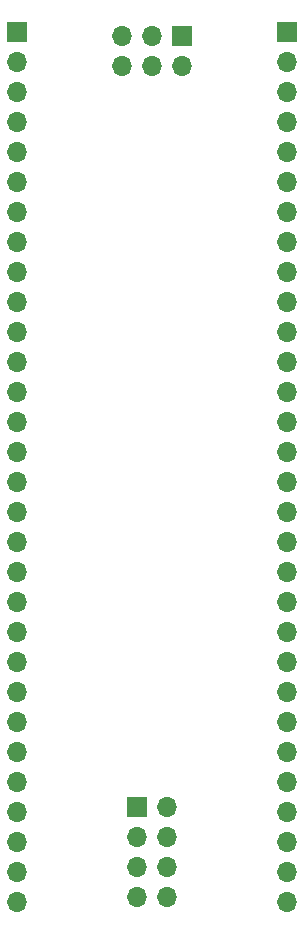
<source format=gbr>
%TF.GenerationSoftware,KiCad,Pcbnew,7.0.6-0*%
%TF.CreationDate,2023-07-25T21:46:34-07:00*%
%TF.ProjectId,84CP02,38344350-3032-42e6-9b69-6361645f7063,rev?*%
%TF.SameCoordinates,Original*%
%TF.FileFunction,Soldermask,Bot*%
%TF.FilePolarity,Negative*%
%FSLAX46Y46*%
G04 Gerber Fmt 4.6, Leading zero omitted, Abs format (unit mm)*
G04 Created by KiCad (PCBNEW 7.0.6-0) date 2023-07-25 21:46:34*
%MOMM*%
%LPD*%
G01*
G04 APERTURE LIST*
%ADD10R,1.700000X1.700000*%
%ADD11O,1.700000X1.700000*%
G04 APERTURE END LIST*
D10*
%TO.C,J3*%
X145796000Y-122174000D03*
D11*
X148336000Y-122174000D03*
X145796000Y-124714000D03*
X148336000Y-124714000D03*
X145796000Y-127254000D03*
X148336000Y-127254000D03*
X145796000Y-129794000D03*
X148336000Y-129794000D03*
%TD*%
D10*
%TO.C,J4*%
X149606000Y-56896000D03*
D11*
X149606000Y-59436000D03*
X147066000Y-56896000D03*
X147066000Y-59436000D03*
X144526000Y-56896000D03*
X144526000Y-59436000D03*
%TD*%
D10*
%TO.C,J1*%
X135636000Y-56515000D03*
D11*
X135636000Y-59055000D03*
X135636000Y-61595000D03*
X135636000Y-64135000D03*
X135636000Y-66675000D03*
X135636000Y-69215000D03*
X135636000Y-71755000D03*
X135636000Y-74295000D03*
X135636000Y-76835000D03*
X135636000Y-79375000D03*
X135636000Y-81915000D03*
X135636000Y-84455000D03*
X135636000Y-86995000D03*
X135636000Y-89535000D03*
X135636000Y-92075000D03*
X135636000Y-94615000D03*
X135636000Y-97155000D03*
X135636000Y-99695000D03*
X135636000Y-102235000D03*
X135636000Y-104775000D03*
X135636000Y-107315000D03*
X135636000Y-109855000D03*
X135636000Y-112395000D03*
X135636000Y-114935000D03*
X135636000Y-117475000D03*
X135636000Y-120015000D03*
X135636000Y-122555000D03*
X135636000Y-125095000D03*
X135636000Y-127635000D03*
X135636000Y-130175000D03*
%TD*%
D10*
%TO.C,J2*%
X158496000Y-56515000D03*
D11*
X158496000Y-59055000D03*
X158496000Y-61595000D03*
X158496000Y-64135000D03*
X158496000Y-66675000D03*
X158496000Y-69215000D03*
X158496000Y-71755000D03*
X158496000Y-74295000D03*
X158496000Y-76835000D03*
X158496000Y-79375000D03*
X158496000Y-81915000D03*
X158496000Y-84455000D03*
X158496000Y-86995000D03*
X158496000Y-89535000D03*
X158496000Y-92075000D03*
X158496000Y-94615000D03*
X158496000Y-97155000D03*
X158496000Y-99695000D03*
X158496000Y-102235000D03*
X158496000Y-104775000D03*
X158496000Y-107315000D03*
X158496000Y-109855000D03*
X158496000Y-112395000D03*
X158496000Y-114935000D03*
X158496000Y-117475000D03*
X158496000Y-120015000D03*
X158496000Y-122555000D03*
X158496000Y-125095000D03*
X158496000Y-127635000D03*
X158496000Y-130175000D03*
%TD*%
M02*

</source>
